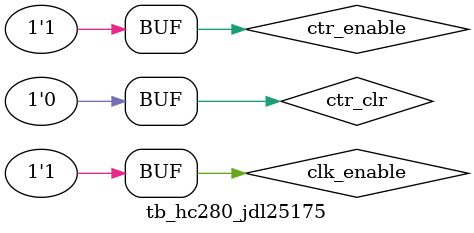
<source format=v>

`timescale 1ns/100ps

module tb_hc280_jdl25175();
   reg        clk_enable;	// Locally-created clock enable signal
   reg        ctr_enable;	// Locally-created counter enable signal
   reg        ctr_clr;		// Locally-created counter clear signal
   wire       clk_out;		// Clock produced by the clk module
   wire [8:0] count;	    // Counter outputs for the two 9-bit counters
   wire       even_out, odd_out;

// Instantiate the clock generator with a period of 100 ns
   clk #(100) clk1(clk_enable, clk_out);

// Intantiation of the counter.
   counter9bit_jdl25175 ctr(ctr_enable, ctr_clr, clk_out, count);
   hc280_jdl25175 parityGenerator(count, even_out, odd_out);
// Sequence the ENABLE and CLR signals
   initial begin
      clk_enable = 1;
      ctr_clr = 1;
      #1  ctr_clr = 0;
      ctr_enable = 1;
   end

endmodule
</source>
